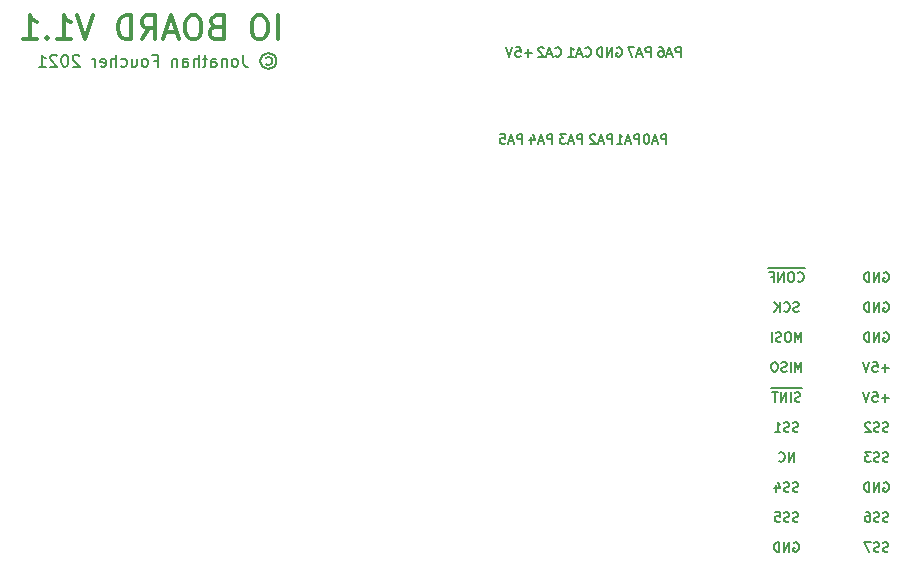
<source format=gbr>
%TF.GenerationSoftware,KiCad,Pcbnew,(5.1.10-1-10_14)*%
%TF.CreationDate,2021-10-31T16:46:36+01:00*%
%TF.ProjectId,io_board,696f5f62-6f61-4726-942e-6b696361645f,rev?*%
%TF.SameCoordinates,Original*%
%TF.FileFunction,Legend,Bot*%
%TF.FilePolarity,Positive*%
%FSLAX46Y46*%
G04 Gerber Fmt 4.6, Leading zero omitted, Abs format (unit mm)*
G04 Created by KiCad (PCBNEW (5.1.10-1-10_14)) date 2021-10-31 16:46:36*
%MOMM*%
%LPD*%
G01*
G04 APERTURE LIST*
%ADD10C,0.150000*%
%ADD11C,0.300000*%
G04 APERTURE END LIST*
D10*
X22222880Y55173523D02*
X22318119Y55221142D01*
X22508595Y55221142D01*
X22603833Y55173523D01*
X22699071Y55078285D01*
X22746690Y54983047D01*
X22746690Y54792571D01*
X22699071Y54697333D01*
X22603833Y54602095D01*
X22508595Y54554476D01*
X22318119Y54554476D01*
X22222880Y54602095D01*
X22413357Y55554476D02*
X22651452Y55506857D01*
X22889547Y55364000D01*
X23032404Y55125904D01*
X23080023Y54887809D01*
X23032404Y54649714D01*
X22889547Y54411619D01*
X22651452Y54268761D01*
X22413357Y54221142D01*
X22175261Y54268761D01*
X21937166Y54411619D01*
X21794309Y54649714D01*
X21746690Y54887809D01*
X21794309Y55125904D01*
X21937166Y55364000D01*
X22175261Y55506857D01*
X22413357Y55554476D01*
X20270500Y55411619D02*
X20270500Y54697333D01*
X20318119Y54554476D01*
X20413357Y54459238D01*
X20556214Y54411619D01*
X20651452Y54411619D01*
X19651452Y54411619D02*
X19746690Y54459238D01*
X19794309Y54506857D01*
X19841928Y54602095D01*
X19841928Y54887809D01*
X19794309Y54983047D01*
X19746690Y55030666D01*
X19651452Y55078285D01*
X19508595Y55078285D01*
X19413357Y55030666D01*
X19365738Y54983047D01*
X19318119Y54887809D01*
X19318119Y54602095D01*
X19365738Y54506857D01*
X19413357Y54459238D01*
X19508595Y54411619D01*
X19651452Y54411619D01*
X18889547Y55078285D02*
X18889547Y54411619D01*
X18889547Y54983047D02*
X18841928Y55030666D01*
X18746690Y55078285D01*
X18603833Y55078285D01*
X18508595Y55030666D01*
X18460976Y54935428D01*
X18460976Y54411619D01*
X17556214Y54411619D02*
X17556214Y54935428D01*
X17603833Y55030666D01*
X17699071Y55078285D01*
X17889547Y55078285D01*
X17984785Y55030666D01*
X17556214Y54459238D02*
X17651452Y54411619D01*
X17889547Y54411619D01*
X17984785Y54459238D01*
X18032404Y54554476D01*
X18032404Y54649714D01*
X17984785Y54744952D01*
X17889547Y54792571D01*
X17651452Y54792571D01*
X17556214Y54840190D01*
X17222880Y55078285D02*
X16841928Y55078285D01*
X17080023Y55411619D02*
X17080023Y54554476D01*
X17032404Y54459238D01*
X16937166Y54411619D01*
X16841928Y54411619D01*
X16508595Y54411619D02*
X16508595Y55411619D01*
X16080023Y54411619D02*
X16080023Y54935428D01*
X16127642Y55030666D01*
X16222880Y55078285D01*
X16365738Y55078285D01*
X16460976Y55030666D01*
X16508595Y54983047D01*
X15175261Y54411619D02*
X15175261Y54935428D01*
X15222880Y55030666D01*
X15318119Y55078285D01*
X15508595Y55078285D01*
X15603833Y55030666D01*
X15175261Y54459238D02*
X15270500Y54411619D01*
X15508595Y54411619D01*
X15603833Y54459238D01*
X15651452Y54554476D01*
X15651452Y54649714D01*
X15603833Y54744952D01*
X15508595Y54792571D01*
X15270500Y54792571D01*
X15175261Y54840190D01*
X14699071Y55078285D02*
X14699071Y54411619D01*
X14699071Y54983047D02*
X14651452Y55030666D01*
X14556214Y55078285D01*
X14413357Y55078285D01*
X14318119Y55030666D01*
X14270500Y54935428D01*
X14270500Y54411619D01*
X12699071Y54935428D02*
X13032404Y54935428D01*
X13032404Y54411619D02*
X13032404Y55411619D01*
X12556214Y55411619D01*
X12032404Y54411619D02*
X12127642Y54459238D01*
X12175261Y54506857D01*
X12222880Y54602095D01*
X12222880Y54887809D01*
X12175261Y54983047D01*
X12127642Y55030666D01*
X12032404Y55078285D01*
X11889547Y55078285D01*
X11794309Y55030666D01*
X11746690Y54983047D01*
X11699071Y54887809D01*
X11699071Y54602095D01*
X11746690Y54506857D01*
X11794309Y54459238D01*
X11889547Y54411619D01*
X12032404Y54411619D01*
X10841928Y55078285D02*
X10841928Y54411619D01*
X11270500Y55078285D02*
X11270500Y54554476D01*
X11222880Y54459238D01*
X11127642Y54411619D01*
X10984785Y54411619D01*
X10889547Y54459238D01*
X10841928Y54506857D01*
X9937166Y54459238D02*
X10032404Y54411619D01*
X10222880Y54411619D01*
X10318119Y54459238D01*
X10365738Y54506857D01*
X10413357Y54602095D01*
X10413357Y54887809D01*
X10365738Y54983047D01*
X10318119Y55030666D01*
X10222880Y55078285D01*
X10032404Y55078285D01*
X9937166Y55030666D01*
X9508595Y54411619D02*
X9508595Y55411619D01*
X9080023Y54411619D02*
X9080023Y54935428D01*
X9127642Y55030666D01*
X9222880Y55078285D01*
X9365738Y55078285D01*
X9460976Y55030666D01*
X9508595Y54983047D01*
X8222880Y54459238D02*
X8318119Y54411619D01*
X8508595Y54411619D01*
X8603833Y54459238D01*
X8651452Y54554476D01*
X8651452Y54935428D01*
X8603833Y55030666D01*
X8508595Y55078285D01*
X8318119Y55078285D01*
X8222880Y55030666D01*
X8175261Y54935428D01*
X8175261Y54840190D01*
X8651452Y54744952D01*
X7746690Y54411619D02*
X7746690Y55078285D01*
X7746690Y54887809D02*
X7699071Y54983047D01*
X7651452Y55030666D01*
X7556214Y55078285D01*
X7460976Y55078285D01*
X6413357Y55316380D02*
X6365738Y55364000D01*
X6270500Y55411619D01*
X6032404Y55411619D01*
X5937166Y55364000D01*
X5889547Y55316380D01*
X5841928Y55221142D01*
X5841928Y55125904D01*
X5889547Y54983047D01*
X6460976Y54411619D01*
X5841928Y54411619D01*
X5222880Y55411619D02*
X5127642Y55411619D01*
X5032404Y55364000D01*
X4984785Y55316380D01*
X4937166Y55221142D01*
X4889547Y55030666D01*
X4889547Y54792571D01*
X4937166Y54602095D01*
X4984785Y54506857D01*
X5032404Y54459238D01*
X5127642Y54411619D01*
X5222880Y54411619D01*
X5318119Y54459238D01*
X5365738Y54506857D01*
X5413357Y54602095D01*
X5460976Y54792571D01*
X5460976Y55030666D01*
X5413357Y55221142D01*
X5365738Y55316380D01*
X5318119Y55364000D01*
X5222880Y55411619D01*
X4508595Y55316380D02*
X4460976Y55364000D01*
X4365738Y55411619D01*
X4127642Y55411619D01*
X4032404Y55364000D01*
X3984785Y55316380D01*
X3937166Y55221142D01*
X3937166Y55125904D01*
X3984785Y54983047D01*
X4556214Y54411619D01*
X3937166Y54411619D01*
X2984785Y54411619D02*
X3556214Y54411619D01*
X3270500Y54411619D02*
X3270500Y55411619D01*
X3365738Y55268761D01*
X3460976Y55173523D01*
X3556214Y55125904D01*
D11*
X23204809Y56753238D02*
X23204809Y58753238D01*
X21871476Y58753238D02*
X21490523Y58753238D01*
X21300047Y58658000D01*
X21109571Y58467523D01*
X21014333Y58086571D01*
X21014333Y57419904D01*
X21109571Y57038952D01*
X21300047Y56848476D01*
X21490523Y56753238D01*
X21871476Y56753238D01*
X22061952Y56848476D01*
X22252428Y57038952D01*
X22347666Y57419904D01*
X22347666Y58086571D01*
X22252428Y58467523D01*
X22061952Y58658000D01*
X21871476Y58753238D01*
X17966714Y57800857D02*
X17681000Y57705619D01*
X17585761Y57610380D01*
X17490523Y57419904D01*
X17490523Y57134190D01*
X17585761Y56943714D01*
X17681000Y56848476D01*
X17871476Y56753238D01*
X18633380Y56753238D01*
X18633380Y58753238D01*
X17966714Y58753238D01*
X17776238Y58658000D01*
X17681000Y58562761D01*
X17585761Y58372285D01*
X17585761Y58181809D01*
X17681000Y57991333D01*
X17776238Y57896095D01*
X17966714Y57800857D01*
X18633380Y57800857D01*
X16252428Y58753238D02*
X15871476Y58753238D01*
X15681000Y58658000D01*
X15490523Y58467523D01*
X15395285Y58086571D01*
X15395285Y57419904D01*
X15490523Y57038952D01*
X15681000Y56848476D01*
X15871476Y56753238D01*
X16252428Y56753238D01*
X16442904Y56848476D01*
X16633380Y57038952D01*
X16728619Y57419904D01*
X16728619Y58086571D01*
X16633380Y58467523D01*
X16442904Y58658000D01*
X16252428Y58753238D01*
X14633380Y57324666D02*
X13681000Y57324666D01*
X14823857Y56753238D02*
X14157190Y58753238D01*
X13490523Y56753238D01*
X11681000Y56753238D02*
X12347666Y57705619D01*
X12823857Y56753238D02*
X12823857Y58753238D01*
X12061952Y58753238D01*
X11871476Y58658000D01*
X11776238Y58562761D01*
X11681000Y58372285D01*
X11681000Y58086571D01*
X11776238Y57896095D01*
X11871476Y57800857D01*
X12061952Y57705619D01*
X12823857Y57705619D01*
X10823857Y56753238D02*
X10823857Y58753238D01*
X10347666Y58753238D01*
X10061952Y58658000D01*
X9871476Y58467523D01*
X9776238Y58277047D01*
X9681000Y57896095D01*
X9681000Y57610380D01*
X9776238Y57229428D01*
X9871476Y57038952D01*
X10061952Y56848476D01*
X10347666Y56753238D01*
X10823857Y56753238D01*
X7585761Y58753238D02*
X6919095Y56753238D01*
X6252428Y58753238D01*
X4538142Y56753238D02*
X5681000Y56753238D01*
X5109571Y56753238D02*
X5109571Y58753238D01*
X5300047Y58467523D01*
X5490523Y58277047D01*
X5681000Y58181809D01*
X3681000Y56943714D02*
X3585761Y56848476D01*
X3681000Y56753238D01*
X3776238Y56848476D01*
X3681000Y56943714D01*
X3681000Y56753238D01*
X1681000Y56753238D02*
X2823857Y56753238D01*
X2252428Y56753238D02*
X2252428Y58753238D01*
X2442904Y58467523D01*
X2633380Y58277047D01*
X2823857Y58181809D01*
D10*
X67874952Y37347000D02*
X67074952Y37347000D01*
X67227333Y36290285D02*
X67265428Y36252190D01*
X67379714Y36214095D01*
X67455904Y36214095D01*
X67570190Y36252190D01*
X67646380Y36328380D01*
X67684476Y36404571D01*
X67722571Y36556952D01*
X67722571Y36671238D01*
X67684476Y36823619D01*
X67646380Y36899809D01*
X67570190Y36976000D01*
X67455904Y37014095D01*
X67379714Y37014095D01*
X67265428Y36976000D01*
X67227333Y36937904D01*
X67074952Y37347000D02*
X66236857Y37347000D01*
X66732095Y37014095D02*
X66579714Y37014095D01*
X66503523Y36976000D01*
X66427333Y36899809D01*
X66389238Y36747428D01*
X66389238Y36480761D01*
X66427333Y36328380D01*
X66503523Y36252190D01*
X66579714Y36214095D01*
X66732095Y36214095D01*
X66808285Y36252190D01*
X66884476Y36328380D01*
X66922571Y36480761D01*
X66922571Y36747428D01*
X66884476Y36899809D01*
X66808285Y36976000D01*
X66732095Y37014095D01*
X66236857Y37347000D02*
X65398761Y37347000D01*
X66046380Y36214095D02*
X66046380Y37014095D01*
X65589238Y36214095D01*
X65589238Y37014095D01*
X65398761Y37347000D02*
X64713047Y37347000D01*
X64941619Y36633142D02*
X65208285Y36633142D01*
X65208285Y36214095D02*
X65208285Y37014095D01*
X64827333Y37014095D01*
X67322571Y33712190D02*
X67208285Y33674095D01*
X67017809Y33674095D01*
X66941619Y33712190D01*
X66903523Y33750285D01*
X66865428Y33826476D01*
X66865428Y33902666D01*
X66903523Y33978857D01*
X66941619Y34016952D01*
X67017809Y34055047D01*
X67170190Y34093142D01*
X67246380Y34131238D01*
X67284476Y34169333D01*
X67322571Y34245523D01*
X67322571Y34321714D01*
X67284476Y34397904D01*
X67246380Y34436000D01*
X67170190Y34474095D01*
X66979714Y34474095D01*
X66865428Y34436000D01*
X66065428Y33750285D02*
X66103523Y33712190D01*
X66217809Y33674095D01*
X66294000Y33674095D01*
X66408285Y33712190D01*
X66484476Y33788380D01*
X66522571Y33864571D01*
X66560666Y34016952D01*
X66560666Y34131238D01*
X66522571Y34283619D01*
X66484476Y34359809D01*
X66408285Y34436000D01*
X66294000Y34474095D01*
X66217809Y34474095D01*
X66103523Y34436000D01*
X66065428Y34397904D01*
X65722571Y33674095D02*
X65722571Y34474095D01*
X65265428Y33674095D02*
X65608285Y34131238D01*
X65265428Y34474095D02*
X65722571Y34016952D01*
X67551142Y31134095D02*
X67551142Y31934095D01*
X67284476Y31362666D01*
X67017809Y31934095D01*
X67017809Y31134095D01*
X66484476Y31934095D02*
X66332095Y31934095D01*
X66255904Y31896000D01*
X66179714Y31819809D01*
X66141619Y31667428D01*
X66141619Y31400761D01*
X66179714Y31248380D01*
X66255904Y31172190D01*
X66332095Y31134095D01*
X66484476Y31134095D01*
X66560666Y31172190D01*
X66636857Y31248380D01*
X66674952Y31400761D01*
X66674952Y31667428D01*
X66636857Y31819809D01*
X66560666Y31896000D01*
X66484476Y31934095D01*
X65836857Y31172190D02*
X65722571Y31134095D01*
X65532095Y31134095D01*
X65455904Y31172190D01*
X65417809Y31210285D01*
X65379714Y31286476D01*
X65379714Y31362666D01*
X65417809Y31438857D01*
X65455904Y31476952D01*
X65532095Y31515047D01*
X65684476Y31553142D01*
X65760666Y31591238D01*
X65798761Y31629333D01*
X65836857Y31705523D01*
X65836857Y31781714D01*
X65798761Y31857904D01*
X65760666Y31896000D01*
X65684476Y31934095D01*
X65494000Y31934095D01*
X65379714Y31896000D01*
X65036857Y31134095D02*
X65036857Y31934095D01*
X67551142Y28594095D02*
X67551142Y29394095D01*
X67284476Y28822666D01*
X67017809Y29394095D01*
X67017809Y28594095D01*
X66636857Y28594095D02*
X66636857Y29394095D01*
X66294000Y28632190D02*
X66179714Y28594095D01*
X65989238Y28594095D01*
X65913047Y28632190D01*
X65874952Y28670285D01*
X65836857Y28746476D01*
X65836857Y28822666D01*
X65874952Y28898857D01*
X65913047Y28936952D01*
X65989238Y28975047D01*
X66141619Y29013142D01*
X66217809Y29051238D01*
X66255904Y29089333D01*
X66294000Y29165523D01*
X66294000Y29241714D01*
X66255904Y29317904D01*
X66217809Y29356000D01*
X66141619Y29394095D01*
X65951142Y29394095D01*
X65836857Y29356000D01*
X65341619Y29394095D02*
X65189238Y29394095D01*
X65113047Y29356000D01*
X65036857Y29279809D01*
X64998761Y29127428D01*
X64998761Y28860761D01*
X65036857Y28708380D01*
X65113047Y28632190D01*
X65189238Y28594095D01*
X65341619Y28594095D01*
X65417809Y28632190D01*
X65494000Y28708380D01*
X65532095Y28860761D01*
X65532095Y29127428D01*
X65494000Y29279809D01*
X65417809Y29356000D01*
X65341619Y29394095D01*
X67589238Y27187000D02*
X66827333Y27187000D01*
X67436857Y26092190D02*
X67322571Y26054095D01*
X67132095Y26054095D01*
X67055904Y26092190D01*
X67017809Y26130285D01*
X66979714Y26206476D01*
X66979714Y26282666D01*
X67017809Y26358857D01*
X67055904Y26396952D01*
X67132095Y26435047D01*
X67284476Y26473142D01*
X67360666Y26511238D01*
X67398761Y26549333D01*
X67436857Y26625523D01*
X67436857Y26701714D01*
X67398761Y26777904D01*
X67360666Y26816000D01*
X67284476Y26854095D01*
X67094000Y26854095D01*
X66979714Y26816000D01*
X66827333Y27187000D02*
X66446380Y27187000D01*
X66636857Y26054095D02*
X66636857Y26854095D01*
X66446380Y27187000D02*
X65608285Y27187000D01*
X66255904Y26054095D02*
X66255904Y26854095D01*
X65798761Y26054095D01*
X65798761Y26854095D01*
X65608285Y27187000D02*
X64998761Y27187000D01*
X65532095Y26854095D02*
X65074952Y26854095D01*
X65303523Y26054095D02*
X65303523Y26854095D01*
X67284476Y23552190D02*
X67170190Y23514095D01*
X66979714Y23514095D01*
X66903523Y23552190D01*
X66865428Y23590285D01*
X66827333Y23666476D01*
X66827333Y23742666D01*
X66865428Y23818857D01*
X66903523Y23856952D01*
X66979714Y23895047D01*
X67132095Y23933142D01*
X67208285Y23971238D01*
X67246380Y24009333D01*
X67284476Y24085523D01*
X67284476Y24161714D01*
X67246380Y24237904D01*
X67208285Y24276000D01*
X67132095Y24314095D01*
X66941619Y24314095D01*
X66827333Y24276000D01*
X66522571Y23552190D02*
X66408285Y23514095D01*
X66217809Y23514095D01*
X66141619Y23552190D01*
X66103523Y23590285D01*
X66065428Y23666476D01*
X66065428Y23742666D01*
X66103523Y23818857D01*
X66141619Y23856952D01*
X66217809Y23895047D01*
X66370190Y23933142D01*
X66446380Y23971238D01*
X66484476Y24009333D01*
X66522571Y24085523D01*
X66522571Y24161714D01*
X66484476Y24237904D01*
X66446380Y24276000D01*
X66370190Y24314095D01*
X66179714Y24314095D01*
X66065428Y24276000D01*
X65303523Y23514095D02*
X65760666Y23514095D01*
X65532095Y23514095D02*
X65532095Y24314095D01*
X65608285Y24199809D01*
X65684476Y24123619D01*
X65760666Y24085523D01*
X66922571Y20974095D02*
X66922571Y21774095D01*
X66465428Y20974095D01*
X66465428Y21774095D01*
X65627333Y21050285D02*
X65665428Y21012190D01*
X65779714Y20974095D01*
X65855904Y20974095D01*
X65970190Y21012190D01*
X66046380Y21088380D01*
X66084476Y21164571D01*
X66122571Y21316952D01*
X66122571Y21431238D01*
X66084476Y21583619D01*
X66046380Y21659809D01*
X65970190Y21736000D01*
X65855904Y21774095D01*
X65779714Y21774095D01*
X65665428Y21736000D01*
X65627333Y21697904D01*
X67284476Y18472190D02*
X67170190Y18434095D01*
X66979714Y18434095D01*
X66903523Y18472190D01*
X66865428Y18510285D01*
X66827333Y18586476D01*
X66827333Y18662666D01*
X66865428Y18738857D01*
X66903523Y18776952D01*
X66979714Y18815047D01*
X67132095Y18853142D01*
X67208285Y18891238D01*
X67246380Y18929333D01*
X67284476Y19005523D01*
X67284476Y19081714D01*
X67246380Y19157904D01*
X67208285Y19196000D01*
X67132095Y19234095D01*
X66941619Y19234095D01*
X66827333Y19196000D01*
X66522571Y18472190D02*
X66408285Y18434095D01*
X66217809Y18434095D01*
X66141619Y18472190D01*
X66103523Y18510285D01*
X66065428Y18586476D01*
X66065428Y18662666D01*
X66103523Y18738857D01*
X66141619Y18776952D01*
X66217809Y18815047D01*
X66370190Y18853142D01*
X66446380Y18891238D01*
X66484476Y18929333D01*
X66522571Y19005523D01*
X66522571Y19081714D01*
X66484476Y19157904D01*
X66446380Y19196000D01*
X66370190Y19234095D01*
X66179714Y19234095D01*
X66065428Y19196000D01*
X65379714Y18967428D02*
X65379714Y18434095D01*
X65570190Y19272190D02*
X65760666Y18700761D01*
X65265428Y18700761D01*
X67284476Y15932190D02*
X67170190Y15894095D01*
X66979714Y15894095D01*
X66903523Y15932190D01*
X66865428Y15970285D01*
X66827333Y16046476D01*
X66827333Y16122666D01*
X66865428Y16198857D01*
X66903523Y16236952D01*
X66979714Y16275047D01*
X67132095Y16313142D01*
X67208285Y16351238D01*
X67246380Y16389333D01*
X67284476Y16465523D01*
X67284476Y16541714D01*
X67246380Y16617904D01*
X67208285Y16656000D01*
X67132095Y16694095D01*
X66941619Y16694095D01*
X66827333Y16656000D01*
X66522571Y15932190D02*
X66408285Y15894095D01*
X66217809Y15894095D01*
X66141619Y15932190D01*
X66103523Y15970285D01*
X66065428Y16046476D01*
X66065428Y16122666D01*
X66103523Y16198857D01*
X66141619Y16236952D01*
X66217809Y16275047D01*
X66370190Y16313142D01*
X66446380Y16351238D01*
X66484476Y16389333D01*
X66522571Y16465523D01*
X66522571Y16541714D01*
X66484476Y16617904D01*
X66446380Y16656000D01*
X66370190Y16694095D01*
X66179714Y16694095D01*
X66065428Y16656000D01*
X65341619Y16694095D02*
X65722571Y16694095D01*
X65760666Y16313142D01*
X65722571Y16351238D01*
X65646380Y16389333D01*
X65455904Y16389333D01*
X65379714Y16351238D01*
X65341619Y16313142D01*
X65303523Y16236952D01*
X65303523Y16046476D01*
X65341619Y15970285D01*
X65379714Y15932190D01*
X65455904Y15894095D01*
X65646380Y15894095D01*
X65722571Y15932190D01*
X65760666Y15970285D01*
X66903523Y14116000D02*
X66979714Y14154095D01*
X67094000Y14154095D01*
X67208285Y14116000D01*
X67284476Y14039809D01*
X67322571Y13963619D01*
X67360666Y13811238D01*
X67360666Y13696952D01*
X67322571Y13544571D01*
X67284476Y13468380D01*
X67208285Y13392190D01*
X67094000Y13354095D01*
X67017809Y13354095D01*
X66903523Y13392190D01*
X66865428Y13430285D01*
X66865428Y13696952D01*
X67017809Y13696952D01*
X66522571Y13354095D02*
X66522571Y14154095D01*
X66065428Y13354095D01*
X66065428Y14154095D01*
X65684476Y13354095D02*
X65684476Y14154095D01*
X65494000Y14154095D01*
X65379714Y14116000D01*
X65303523Y14039809D01*
X65265428Y13963619D01*
X65227333Y13811238D01*
X65227333Y13696952D01*
X65265428Y13544571D01*
X65303523Y13468380D01*
X65379714Y13392190D01*
X65494000Y13354095D01*
X65684476Y13354095D01*
X74904476Y13392190D02*
X74790190Y13354095D01*
X74599714Y13354095D01*
X74523523Y13392190D01*
X74485428Y13430285D01*
X74447333Y13506476D01*
X74447333Y13582666D01*
X74485428Y13658857D01*
X74523523Y13696952D01*
X74599714Y13735047D01*
X74752095Y13773142D01*
X74828285Y13811238D01*
X74866380Y13849333D01*
X74904476Y13925523D01*
X74904476Y14001714D01*
X74866380Y14077904D01*
X74828285Y14116000D01*
X74752095Y14154095D01*
X74561619Y14154095D01*
X74447333Y14116000D01*
X74142571Y13392190D02*
X74028285Y13354095D01*
X73837809Y13354095D01*
X73761619Y13392190D01*
X73723523Y13430285D01*
X73685428Y13506476D01*
X73685428Y13582666D01*
X73723523Y13658857D01*
X73761619Y13696952D01*
X73837809Y13735047D01*
X73990190Y13773142D01*
X74066380Y13811238D01*
X74104476Y13849333D01*
X74142571Y13925523D01*
X74142571Y14001714D01*
X74104476Y14077904D01*
X74066380Y14116000D01*
X73990190Y14154095D01*
X73799714Y14154095D01*
X73685428Y14116000D01*
X73418761Y14154095D02*
X72885428Y14154095D01*
X73228285Y13354095D01*
X74904476Y15932190D02*
X74790190Y15894095D01*
X74599714Y15894095D01*
X74523523Y15932190D01*
X74485428Y15970285D01*
X74447333Y16046476D01*
X74447333Y16122666D01*
X74485428Y16198857D01*
X74523523Y16236952D01*
X74599714Y16275047D01*
X74752095Y16313142D01*
X74828285Y16351238D01*
X74866380Y16389333D01*
X74904476Y16465523D01*
X74904476Y16541714D01*
X74866380Y16617904D01*
X74828285Y16656000D01*
X74752095Y16694095D01*
X74561619Y16694095D01*
X74447333Y16656000D01*
X74142571Y15932190D02*
X74028285Y15894095D01*
X73837809Y15894095D01*
X73761619Y15932190D01*
X73723523Y15970285D01*
X73685428Y16046476D01*
X73685428Y16122666D01*
X73723523Y16198857D01*
X73761619Y16236952D01*
X73837809Y16275047D01*
X73990190Y16313142D01*
X74066380Y16351238D01*
X74104476Y16389333D01*
X74142571Y16465523D01*
X74142571Y16541714D01*
X74104476Y16617904D01*
X74066380Y16656000D01*
X73990190Y16694095D01*
X73799714Y16694095D01*
X73685428Y16656000D01*
X72999714Y16694095D02*
X73152095Y16694095D01*
X73228285Y16656000D01*
X73266380Y16617904D01*
X73342571Y16503619D01*
X73380666Y16351238D01*
X73380666Y16046476D01*
X73342571Y15970285D01*
X73304476Y15932190D01*
X73228285Y15894095D01*
X73075904Y15894095D01*
X72999714Y15932190D01*
X72961619Y15970285D01*
X72923523Y16046476D01*
X72923523Y16236952D01*
X72961619Y16313142D01*
X72999714Y16351238D01*
X73075904Y16389333D01*
X73228285Y16389333D01*
X73304476Y16351238D01*
X73342571Y16313142D01*
X73380666Y16236952D01*
X74523523Y19196000D02*
X74599714Y19234095D01*
X74714000Y19234095D01*
X74828285Y19196000D01*
X74904476Y19119809D01*
X74942571Y19043619D01*
X74980666Y18891238D01*
X74980666Y18776952D01*
X74942571Y18624571D01*
X74904476Y18548380D01*
X74828285Y18472190D01*
X74714000Y18434095D01*
X74637809Y18434095D01*
X74523523Y18472190D01*
X74485428Y18510285D01*
X74485428Y18776952D01*
X74637809Y18776952D01*
X74142571Y18434095D02*
X74142571Y19234095D01*
X73685428Y18434095D01*
X73685428Y19234095D01*
X73304476Y18434095D02*
X73304476Y19234095D01*
X73114000Y19234095D01*
X72999714Y19196000D01*
X72923523Y19119809D01*
X72885428Y19043619D01*
X72847333Y18891238D01*
X72847333Y18776952D01*
X72885428Y18624571D01*
X72923523Y18548380D01*
X72999714Y18472190D01*
X73114000Y18434095D01*
X73304476Y18434095D01*
X74904476Y21012190D02*
X74790190Y20974095D01*
X74599714Y20974095D01*
X74523523Y21012190D01*
X74485428Y21050285D01*
X74447333Y21126476D01*
X74447333Y21202666D01*
X74485428Y21278857D01*
X74523523Y21316952D01*
X74599714Y21355047D01*
X74752095Y21393142D01*
X74828285Y21431238D01*
X74866380Y21469333D01*
X74904476Y21545523D01*
X74904476Y21621714D01*
X74866380Y21697904D01*
X74828285Y21736000D01*
X74752095Y21774095D01*
X74561619Y21774095D01*
X74447333Y21736000D01*
X74142571Y21012190D02*
X74028285Y20974095D01*
X73837809Y20974095D01*
X73761619Y21012190D01*
X73723523Y21050285D01*
X73685428Y21126476D01*
X73685428Y21202666D01*
X73723523Y21278857D01*
X73761619Y21316952D01*
X73837809Y21355047D01*
X73990190Y21393142D01*
X74066380Y21431238D01*
X74104476Y21469333D01*
X74142571Y21545523D01*
X74142571Y21621714D01*
X74104476Y21697904D01*
X74066380Y21736000D01*
X73990190Y21774095D01*
X73799714Y21774095D01*
X73685428Y21736000D01*
X73418761Y21774095D02*
X72923523Y21774095D01*
X73190190Y21469333D01*
X73075904Y21469333D01*
X72999714Y21431238D01*
X72961619Y21393142D01*
X72923523Y21316952D01*
X72923523Y21126476D01*
X72961619Y21050285D01*
X72999714Y21012190D01*
X73075904Y20974095D01*
X73304476Y20974095D01*
X73380666Y21012190D01*
X73418761Y21050285D01*
X74904476Y23552190D02*
X74790190Y23514095D01*
X74599714Y23514095D01*
X74523523Y23552190D01*
X74485428Y23590285D01*
X74447333Y23666476D01*
X74447333Y23742666D01*
X74485428Y23818857D01*
X74523523Y23856952D01*
X74599714Y23895047D01*
X74752095Y23933142D01*
X74828285Y23971238D01*
X74866380Y24009333D01*
X74904476Y24085523D01*
X74904476Y24161714D01*
X74866380Y24237904D01*
X74828285Y24276000D01*
X74752095Y24314095D01*
X74561619Y24314095D01*
X74447333Y24276000D01*
X74142571Y23552190D02*
X74028285Y23514095D01*
X73837809Y23514095D01*
X73761619Y23552190D01*
X73723523Y23590285D01*
X73685428Y23666476D01*
X73685428Y23742666D01*
X73723523Y23818857D01*
X73761619Y23856952D01*
X73837809Y23895047D01*
X73990190Y23933142D01*
X74066380Y23971238D01*
X74104476Y24009333D01*
X74142571Y24085523D01*
X74142571Y24161714D01*
X74104476Y24237904D01*
X74066380Y24276000D01*
X73990190Y24314095D01*
X73799714Y24314095D01*
X73685428Y24276000D01*
X73380666Y24237904D02*
X73342571Y24276000D01*
X73266380Y24314095D01*
X73075904Y24314095D01*
X72999714Y24276000D01*
X72961619Y24237904D01*
X72923523Y24161714D01*
X72923523Y24085523D01*
X72961619Y23971238D01*
X73418761Y23514095D01*
X72923523Y23514095D01*
X74942571Y28898857D02*
X74333047Y28898857D01*
X74637809Y28594095D02*
X74637809Y29203619D01*
X73571142Y29394095D02*
X73952095Y29394095D01*
X73990190Y29013142D01*
X73952095Y29051238D01*
X73875904Y29089333D01*
X73685428Y29089333D01*
X73609238Y29051238D01*
X73571142Y29013142D01*
X73533047Y28936952D01*
X73533047Y28746476D01*
X73571142Y28670285D01*
X73609238Y28632190D01*
X73685428Y28594095D01*
X73875904Y28594095D01*
X73952095Y28632190D01*
X73990190Y28670285D01*
X73304476Y29394095D02*
X73037809Y28594095D01*
X72771142Y29394095D01*
X74523523Y31896000D02*
X74599714Y31934095D01*
X74714000Y31934095D01*
X74828285Y31896000D01*
X74904476Y31819809D01*
X74942571Y31743619D01*
X74980666Y31591238D01*
X74980666Y31476952D01*
X74942571Y31324571D01*
X74904476Y31248380D01*
X74828285Y31172190D01*
X74714000Y31134095D01*
X74637809Y31134095D01*
X74523523Y31172190D01*
X74485428Y31210285D01*
X74485428Y31476952D01*
X74637809Y31476952D01*
X74142571Y31134095D02*
X74142571Y31934095D01*
X73685428Y31134095D01*
X73685428Y31934095D01*
X73304476Y31134095D02*
X73304476Y31934095D01*
X73114000Y31934095D01*
X72999714Y31896000D01*
X72923523Y31819809D01*
X72885428Y31743619D01*
X72847333Y31591238D01*
X72847333Y31476952D01*
X72885428Y31324571D01*
X72923523Y31248380D01*
X72999714Y31172190D01*
X73114000Y31134095D01*
X73304476Y31134095D01*
X74523523Y34436000D02*
X74599714Y34474095D01*
X74714000Y34474095D01*
X74828285Y34436000D01*
X74904476Y34359809D01*
X74942571Y34283619D01*
X74980666Y34131238D01*
X74980666Y34016952D01*
X74942571Y33864571D01*
X74904476Y33788380D01*
X74828285Y33712190D01*
X74714000Y33674095D01*
X74637809Y33674095D01*
X74523523Y33712190D01*
X74485428Y33750285D01*
X74485428Y34016952D01*
X74637809Y34016952D01*
X74142571Y33674095D02*
X74142571Y34474095D01*
X73685428Y33674095D01*
X73685428Y34474095D01*
X73304476Y33674095D02*
X73304476Y34474095D01*
X73114000Y34474095D01*
X72999714Y34436000D01*
X72923523Y34359809D01*
X72885428Y34283619D01*
X72847333Y34131238D01*
X72847333Y34016952D01*
X72885428Y33864571D01*
X72923523Y33788380D01*
X72999714Y33712190D01*
X73114000Y33674095D01*
X73304476Y33674095D01*
X74523523Y36976000D02*
X74599714Y37014095D01*
X74714000Y37014095D01*
X74828285Y36976000D01*
X74904476Y36899809D01*
X74942571Y36823619D01*
X74980666Y36671238D01*
X74980666Y36556952D01*
X74942571Y36404571D01*
X74904476Y36328380D01*
X74828285Y36252190D01*
X74714000Y36214095D01*
X74637809Y36214095D01*
X74523523Y36252190D01*
X74485428Y36290285D01*
X74485428Y36556952D01*
X74637809Y36556952D01*
X74142571Y36214095D02*
X74142571Y37014095D01*
X73685428Y36214095D01*
X73685428Y37014095D01*
X73304476Y36214095D02*
X73304476Y37014095D01*
X73114000Y37014095D01*
X72999714Y36976000D01*
X72923523Y36899809D01*
X72885428Y36823619D01*
X72847333Y36671238D01*
X72847333Y36556952D01*
X72885428Y36404571D01*
X72923523Y36328380D01*
X72999714Y36252190D01*
X73114000Y36214095D01*
X73304476Y36214095D01*
X74942571Y26358857D02*
X74333047Y26358857D01*
X74637809Y26054095D02*
X74637809Y26663619D01*
X73571142Y26854095D02*
X73952095Y26854095D01*
X73990190Y26473142D01*
X73952095Y26511238D01*
X73875904Y26549333D01*
X73685428Y26549333D01*
X73609238Y26511238D01*
X73571142Y26473142D01*
X73533047Y26396952D01*
X73533047Y26206476D01*
X73571142Y26130285D01*
X73609238Y26092190D01*
X73685428Y26054095D01*
X73875904Y26054095D01*
X73952095Y26092190D01*
X73990190Y26130285D01*
X73304476Y26854095D02*
X73037809Y26054095D01*
X72771142Y26854095D01*
X56114833Y47898095D02*
X56114833Y48698095D01*
X55810071Y48698095D01*
X55733880Y48660000D01*
X55695785Y48621904D01*
X55657690Y48545714D01*
X55657690Y48431428D01*
X55695785Y48355238D01*
X55733880Y48317142D01*
X55810071Y48279047D01*
X56114833Y48279047D01*
X55352928Y48126666D02*
X54971976Y48126666D01*
X55429119Y47898095D02*
X55162452Y48698095D01*
X54895785Y47898095D01*
X54476738Y48698095D02*
X54400547Y48698095D01*
X54324357Y48660000D01*
X54286261Y48621904D01*
X54248166Y48545714D01*
X54210071Y48393333D01*
X54210071Y48202857D01*
X54248166Y48050476D01*
X54286261Y47974285D01*
X54324357Y47936190D01*
X54400547Y47898095D01*
X54476738Y47898095D01*
X54552928Y47936190D01*
X54591023Y47974285D01*
X54629119Y48050476D01*
X54667214Y48202857D01*
X54667214Y48393333D01*
X54629119Y48545714D01*
X54591023Y48621904D01*
X54552928Y48660000D01*
X54476738Y48698095D01*
X51917523Y56026000D02*
X51993714Y56064095D01*
X52108000Y56064095D01*
X52222285Y56026000D01*
X52298476Y55949809D01*
X52336571Y55873619D01*
X52374666Y55721238D01*
X52374666Y55606952D01*
X52336571Y55454571D01*
X52298476Y55378380D01*
X52222285Y55302190D01*
X52108000Y55264095D01*
X52031809Y55264095D01*
X51917523Y55302190D01*
X51879428Y55340285D01*
X51879428Y55606952D01*
X52031809Y55606952D01*
X51536571Y55264095D02*
X51536571Y56064095D01*
X51079428Y55264095D01*
X51079428Y56064095D01*
X50698476Y55264095D02*
X50698476Y56064095D01*
X50508000Y56064095D01*
X50393714Y56026000D01*
X50317523Y55949809D01*
X50279428Y55873619D01*
X50241333Y55721238D01*
X50241333Y55606952D01*
X50279428Y55454571D01*
X50317523Y55378380D01*
X50393714Y55302190D01*
X50508000Y55264095D01*
X50698476Y55264095D01*
X43922833Y47898095D02*
X43922833Y48698095D01*
X43618071Y48698095D01*
X43541880Y48660000D01*
X43503785Y48621904D01*
X43465690Y48545714D01*
X43465690Y48431428D01*
X43503785Y48355238D01*
X43541880Y48317142D01*
X43618071Y48279047D01*
X43922833Y48279047D01*
X43160928Y48126666D02*
X42779976Y48126666D01*
X43237119Y47898095D02*
X42970452Y48698095D01*
X42703785Y47898095D01*
X42056166Y48698095D02*
X42437119Y48698095D01*
X42475214Y48317142D01*
X42437119Y48355238D01*
X42360928Y48393333D01*
X42170452Y48393333D01*
X42094261Y48355238D01*
X42056166Y48317142D01*
X42018071Y48240952D01*
X42018071Y48050476D01*
X42056166Y47974285D01*
X42094261Y47936190D01*
X42170452Y47898095D01*
X42360928Y47898095D01*
X42437119Y47936190D01*
X42475214Y47974285D01*
X46462833Y47898095D02*
X46462833Y48698095D01*
X46158071Y48698095D01*
X46081880Y48660000D01*
X46043785Y48621904D01*
X46005690Y48545714D01*
X46005690Y48431428D01*
X46043785Y48355238D01*
X46081880Y48317142D01*
X46158071Y48279047D01*
X46462833Y48279047D01*
X45700928Y48126666D02*
X45319976Y48126666D01*
X45777119Y47898095D02*
X45510452Y48698095D01*
X45243785Y47898095D01*
X44634261Y48431428D02*
X44634261Y47898095D01*
X44824738Y48736190D02*
X45015214Y48164761D01*
X44519976Y48164761D01*
X51542833Y47898095D02*
X51542833Y48698095D01*
X51238071Y48698095D01*
X51161880Y48660000D01*
X51123785Y48621904D01*
X51085690Y48545714D01*
X51085690Y48431428D01*
X51123785Y48355238D01*
X51161880Y48317142D01*
X51238071Y48279047D01*
X51542833Y48279047D01*
X50780928Y48126666D02*
X50399976Y48126666D01*
X50857119Y47898095D02*
X50590452Y48698095D01*
X50323785Y47898095D01*
X50095214Y48621904D02*
X50057119Y48660000D01*
X49980928Y48698095D01*
X49790452Y48698095D01*
X49714261Y48660000D01*
X49676166Y48621904D01*
X49638071Y48545714D01*
X49638071Y48469523D01*
X49676166Y48355238D01*
X50133309Y47898095D01*
X49638071Y47898095D01*
X53828833Y47898095D02*
X53828833Y48698095D01*
X53524071Y48698095D01*
X53447880Y48660000D01*
X53409785Y48621904D01*
X53371690Y48545714D01*
X53371690Y48431428D01*
X53409785Y48355238D01*
X53447880Y48317142D01*
X53524071Y48279047D01*
X53828833Y48279047D01*
X53066928Y48126666D02*
X52685976Y48126666D01*
X53143119Y47898095D02*
X52876452Y48698095D01*
X52609785Y47898095D01*
X51924071Y47898095D02*
X52381214Y47898095D01*
X52152642Y47898095D02*
X52152642Y48698095D01*
X52228833Y48583809D01*
X52305023Y48507619D01*
X52381214Y48469523D01*
X49002833Y47898095D02*
X49002833Y48698095D01*
X48698071Y48698095D01*
X48621880Y48660000D01*
X48583785Y48621904D01*
X48545690Y48545714D01*
X48545690Y48431428D01*
X48583785Y48355238D01*
X48621880Y48317142D01*
X48698071Y48279047D01*
X49002833Y48279047D01*
X48240928Y48126666D02*
X47859976Y48126666D01*
X48317119Y47898095D02*
X48050452Y48698095D01*
X47783785Y47898095D01*
X47593309Y48698095D02*
X47098071Y48698095D01*
X47364738Y48393333D01*
X47250452Y48393333D01*
X47174261Y48355238D01*
X47136166Y48317142D01*
X47098071Y48240952D01*
X47098071Y48050476D01*
X47136166Y47974285D01*
X47174261Y47936190D01*
X47250452Y47898095D01*
X47479023Y47898095D01*
X47555214Y47936190D01*
X47593309Y47974285D01*
X44716571Y55568857D02*
X44107047Y55568857D01*
X44411809Y55264095D02*
X44411809Y55873619D01*
X43345142Y56064095D02*
X43726095Y56064095D01*
X43764190Y55683142D01*
X43726095Y55721238D01*
X43649904Y55759333D01*
X43459428Y55759333D01*
X43383238Y55721238D01*
X43345142Y55683142D01*
X43307047Y55606952D01*
X43307047Y55416476D01*
X43345142Y55340285D01*
X43383238Y55302190D01*
X43459428Y55264095D01*
X43649904Y55264095D01*
X43726095Y55302190D01*
X43764190Y55340285D01*
X43078476Y56064095D02*
X42811809Y55264095D01*
X42545142Y56064095D01*
X46704190Y55340285D02*
X46742285Y55302190D01*
X46856571Y55264095D01*
X46932761Y55264095D01*
X47047047Y55302190D01*
X47123238Y55378380D01*
X47161333Y55454571D01*
X47199428Y55606952D01*
X47199428Y55721238D01*
X47161333Y55873619D01*
X47123238Y55949809D01*
X47047047Y56026000D01*
X46932761Y56064095D01*
X46856571Y56064095D01*
X46742285Y56026000D01*
X46704190Y55987904D01*
X46399428Y55492666D02*
X46018476Y55492666D01*
X46475619Y55264095D02*
X46208952Y56064095D01*
X45942285Y55264095D01*
X45713714Y55987904D02*
X45675619Y56026000D01*
X45599428Y56064095D01*
X45408952Y56064095D01*
X45332761Y56026000D01*
X45294666Y55987904D01*
X45256571Y55911714D01*
X45256571Y55835523D01*
X45294666Y55721238D01*
X45751809Y55264095D01*
X45256571Y55264095D01*
X49244190Y55340285D02*
X49282285Y55302190D01*
X49396571Y55264095D01*
X49472761Y55264095D01*
X49587047Y55302190D01*
X49663238Y55378380D01*
X49701333Y55454571D01*
X49739428Y55606952D01*
X49739428Y55721238D01*
X49701333Y55873619D01*
X49663238Y55949809D01*
X49587047Y56026000D01*
X49472761Y56064095D01*
X49396571Y56064095D01*
X49282285Y56026000D01*
X49244190Y55987904D01*
X48939428Y55492666D02*
X48558476Y55492666D01*
X49015619Y55264095D02*
X48748952Y56064095D01*
X48482285Y55264095D01*
X47796571Y55264095D02*
X48253714Y55264095D01*
X48025142Y55264095D02*
X48025142Y56064095D01*
X48101333Y55949809D01*
X48177523Y55873619D01*
X48253714Y55835523D01*
X54781333Y55264095D02*
X54781333Y56064095D01*
X54476571Y56064095D01*
X54400380Y56026000D01*
X54362285Y55987904D01*
X54324190Y55911714D01*
X54324190Y55797428D01*
X54362285Y55721238D01*
X54400380Y55683142D01*
X54476571Y55645047D01*
X54781333Y55645047D01*
X54019428Y55492666D02*
X53638476Y55492666D01*
X54095619Y55264095D02*
X53828952Y56064095D01*
X53562285Y55264095D01*
X53371809Y56064095D02*
X52838476Y56064095D01*
X53181333Y55264095D01*
X57321333Y55264095D02*
X57321333Y56064095D01*
X57016571Y56064095D01*
X56940380Y56026000D01*
X56902285Y55987904D01*
X56864190Y55911714D01*
X56864190Y55797428D01*
X56902285Y55721238D01*
X56940380Y55683142D01*
X57016571Y55645047D01*
X57321333Y55645047D01*
X56559428Y55492666D02*
X56178476Y55492666D01*
X56635619Y55264095D02*
X56368952Y56064095D01*
X56102285Y55264095D01*
X55492761Y56064095D02*
X55645142Y56064095D01*
X55721333Y56026000D01*
X55759428Y55987904D01*
X55835619Y55873619D01*
X55873714Y55721238D01*
X55873714Y55416476D01*
X55835619Y55340285D01*
X55797523Y55302190D01*
X55721333Y55264095D01*
X55568952Y55264095D01*
X55492761Y55302190D01*
X55454666Y55340285D01*
X55416571Y55416476D01*
X55416571Y55606952D01*
X55454666Y55683142D01*
X55492761Y55721238D01*
X55568952Y55759333D01*
X55721333Y55759333D01*
X55797523Y55721238D01*
X55835619Y55683142D01*
X55873714Y55606952D01*
M02*

</source>
